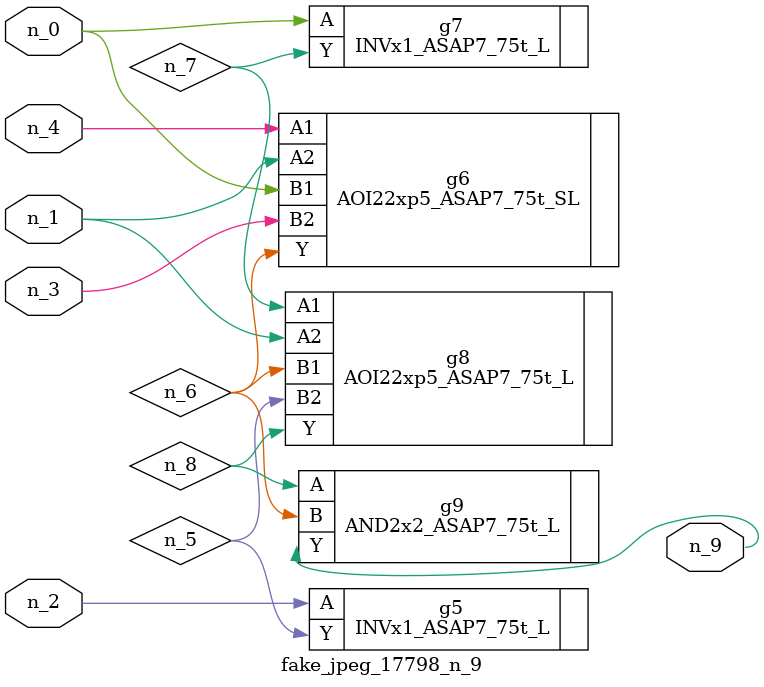
<source format=v>
module fake_jpeg_17798_n_9 (n_3, n_2, n_1, n_0, n_4, n_9);

input n_3;
input n_2;
input n_1;
input n_0;
input n_4;

output n_9;

wire n_8;
wire n_6;
wire n_5;
wire n_7;

INVx1_ASAP7_75t_L g5 ( 
.A(n_2),
.Y(n_5)
);

AOI22xp5_ASAP7_75t_SL g6 ( 
.A1(n_4),
.A2(n_1),
.B1(n_0),
.B2(n_3),
.Y(n_6)
);

INVx1_ASAP7_75t_L g7 ( 
.A(n_0),
.Y(n_7)
);

AOI22xp5_ASAP7_75t_L g8 ( 
.A1(n_7),
.A2(n_1),
.B1(n_6),
.B2(n_5),
.Y(n_8)
);

AND2x2_ASAP7_75t_L g9 ( 
.A(n_8),
.B(n_6),
.Y(n_9)
);


endmodule
</source>
